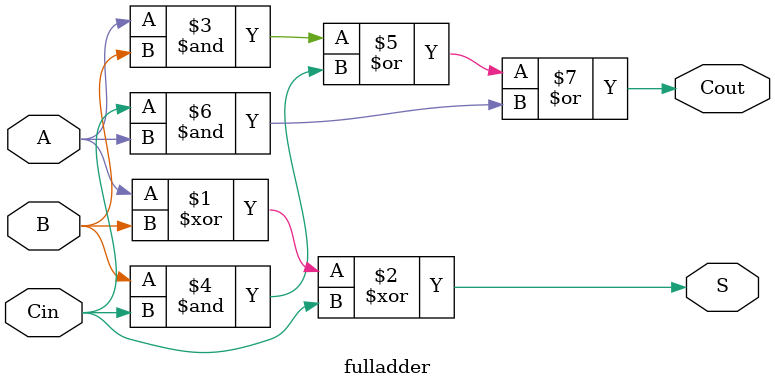
<source format=v>
module test
(
  output wire [15:0] sum,
  output wire Cout,
  input wire [15:0] a,
  input wire [15:0] b,
  input wire cin
);
wire [14:0] carry;

  fulladder fa0(a[0], b[0], cin, sum[0], carry[0]);
  fulladder fa1(a[1], b[1], carry[0], sum[1], carry[1]);
  fulladder fa2(a[2], b[2], carry[1], sum[2], carry[2]);
  fulladder fa3(a[3], b[3], carry[2], sum[3], carry[3]);
  fulladder fa4(a[4], b[4], carry[3], sum[4], carry[4]);
  fulladder fa5(a[5], b[5], carry[4], sum[5], carry[5]);
  fulladder fa6(a[6], b[6], carry[5], sum[6], carry[6]);
  fulladder fa7(a[7], b[7], carry[6], sum[7], carry[7]);
  fulladder fa8(a[8], b[8], carry[7], sum[8], carry[8]);
  fulladder fa9(a[9], b[9], carry[8], sum[9], carry[9]);
  fulladder fa10(a[10], b[10], carry[9], sum[10], carry[10]);
  fulladder fa11(a[11], b[11], carry[10], sum[11], carry[11]);
  fulladder fa12(a[12], b[12], carry[11], sum[12], carry[12]);
  fulladder fa13(a[13], b[13], carry[12], sum[13], carry[13]);
  fulladder fa14(a[14], b[14], carry[13], sum[14], carry[14]);
  fulladder fa15(a[15], b[15], carry[14], sum[15], Cout);
endmodule
module fulladder
(
  input wire A,
  output wire S,
  input wire B,
  output wire Cout,
  input wire Cin
);
assign S = A ^ B ^ Cin;
assign Cout = (A & B) | (B & Cin) | (Cin & A);
// noconn a[15:0]
// noconn b[15:0]
// noconn cin
// noconn sum[15:0]
// noconn Cout
endmodule

</source>
